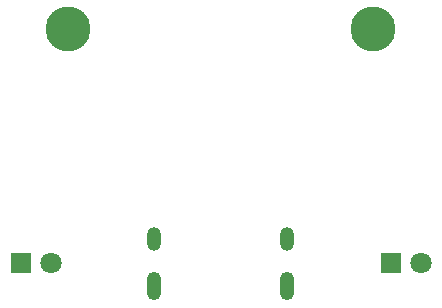
<source format=gbr>
%TF.GenerationSoftware,KiCad,Pcbnew,9.0.3*%
%TF.CreationDate,2025-07-29T21:31:59-06:00*%
%TF.ProjectId,AIOMeltyV3,41494f4d-656c-4747-9956-332e6b696361,rev?*%
%TF.SameCoordinates,Original*%
%TF.FileFunction,Soldermask,Bot*%
%TF.FilePolarity,Negative*%
%FSLAX46Y46*%
G04 Gerber Fmt 4.6, Leading zero omitted, Abs format (unit mm)*
G04 Created by KiCad (PCBNEW 9.0.3) date 2025-07-29 21:31:59*
%MOMM*%
%LPD*%
G01*
G04 APERTURE LIST*
%ADD10C,2.600000*%
%ADD11C,3.800000*%
%ADD12R,1.800000X1.800000*%
%ADD13C,1.800000*%
%ADD14O,1.204000X2.404000*%
%ADD15O,1.204000X2.004000*%
G04 APERTURE END LIST*
D10*
%TO.C,REF\u002A\u002A*%
X166150000Y-92650000D03*
D11*
X166150000Y-92650000D03*
%TD*%
D12*
%TO.C,D2*%
X167650000Y-112450000D03*
D13*
X170190000Y-112450000D03*
%TD*%
D12*
%TO.C,D1*%
X136350000Y-112450000D03*
D13*
X138890000Y-112450000D03*
%TD*%
D10*
%TO.C,REF\u002A\u002A*%
X140350000Y-92650000D03*
D11*
X140350000Y-92650000D03*
%TD*%
D14*
%TO.C,J1*%
X147630000Y-114437500D03*
D15*
X158870000Y-110437500D03*
X147630000Y-110437500D03*
D14*
X158870000Y-114437500D03*
%TD*%
M02*

</source>
